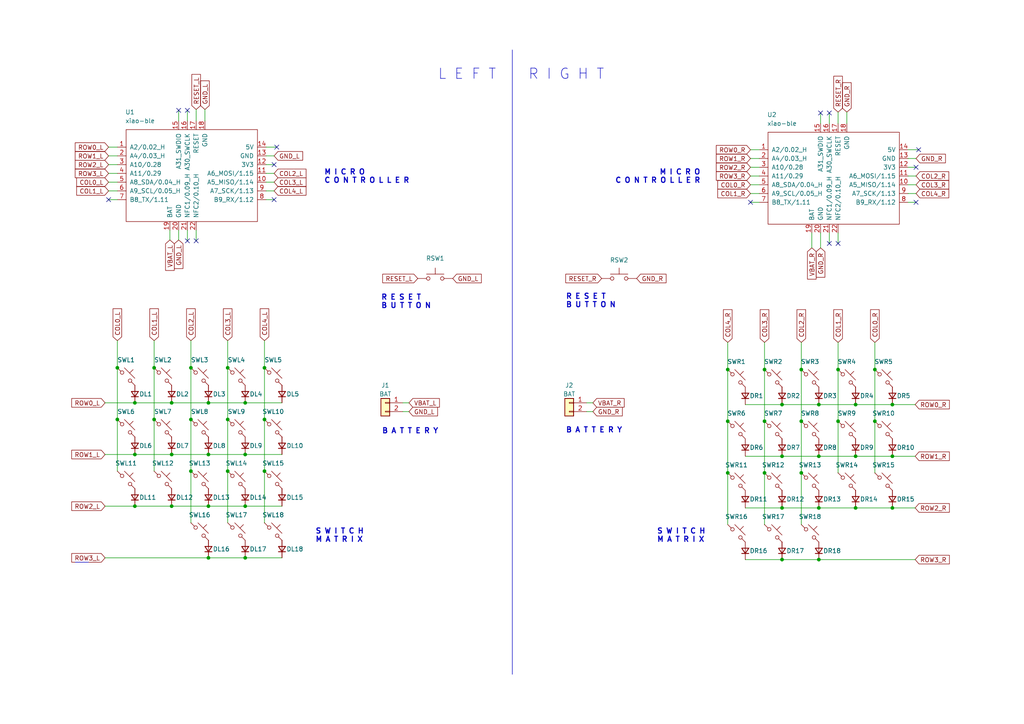
<source format=kicad_sch>
(kicad_sch (version 20230121) (generator eeschema)
  (paper "A4")
  (title_block (title "Karma Wireless Split Ergonomic Keyboard") (date "2023-04-04") (rev "0.1"))
  (lib_symbols
    (symbol "Connector_Generic:Conn_01x02" (pin_names (offset 1.016) hide)
      (property "Reference" "J" (at 0 2.54 0))
      (property "Value" "Conn_01x02" (at 0 -5.08 0))
      (symbol "Conn_01x02_1_1"
        (rectangle (start -1.27 -2.413) (end 0 -2.667) (stroke (width 0.1524)))
        (rectangle (start -1.27 0.127) (end 0 -0.127) (stroke (width 0.1524)))
        (rectangle (start -1.27 1.27) (end 1.27 -3.81) (stroke (width 0.254)) (fill (type background)))
        (pin passive line (at -5.08 0 0) (length 3.81) (name "Pin_1") (number "1"))
        (pin passive line (at -5.08 -2.54 0) (length 3.81) (name "Pin_2") (number "2"))
      )
    )
    (symbol "Device:D_Small" (pin_numbers hide) (pin_names (offset 0.254) hide)
      (property "Reference" "D" (at -1.27 2.032 0))
      (property "Value" "D_Small" (at -3.81 -2.032 0))
      (symbol "D_Small_0_1"
        (polyline (pts (xy -0.762 -1.016) (xy -0.762 1.016)) (stroke (width 0.254)))
        (polyline (pts (xy -0.762 0) (xy 0.762 0)))
        (polyline (pts (xy 0.762 -1.016) (xy -0.762 0) (xy 0.762 1.016) (xy 0.762 -1.016)) (stroke (width 0.254)))
      )
      (symbol "D_Small_1_1"
        (pin passive line (at -2.54 0 0) (length 1.778) (name "K") (number "1"))
        (pin passive line (at 2.54 0 180) (length 1.778) (name "A") (number "2"))
      )
    )
    (symbol "Switch:SW_Push" (pin_numbers hide) (pin_names (offset 1.016) hide)
      (property "Reference" "SW" (at 1.27 2.54 0))
      (property "Value" "SW_Push" (at 0 -1.524 0))
      (symbol "SW_Push_0_1"
        (circle (center -2.032 0) (radius 0.508))
        (polyline (pts (xy 0 1.27) (xy 0 3.048)))
        (polyline (pts (xy 2.54 1.27) (xy -2.54 1.27)))
        (circle (center 2.032 0) (radius 0.508))
        (pin passive line (at -5.08 0 0) (length 2.54) (name "1") (number "1"))
        (pin passive line (at 5.08 0 180) (length 2.54) (name "2") (number "2"))
      )
    )
    (symbol "Switch:SW_Push_45deg" (pin_numbers hide) (pin_names (offset 1.016) hide)
      (property "Reference" "SW" (at 3.048 1.016 0))
      (property "Value" "SW_Push_45deg" (at 0 -3.81 0))
      (symbol "SW_Push_45deg_0_1"
        (circle (center -1.1684 1.1684) (radius 0.508))
        (polyline (pts (xy -0.508 2.54) (xy 2.54 -0.508)))
        (polyline (pts (xy 1.016 1.016) (xy 2.032 2.032)))
        (polyline (pts (xy -2.54 2.54) (xy -1.524 1.524) (xy -1.524 1.524)))
        (polyline (pts (xy 1.524 -1.524) (xy 2.54 -2.54) (xy 2.54 -2.54) (xy 2.54 -2.54)))
        (circle (center 1.143 -1.1938) (radius 0.508))
        (pin passive line (at -2.54 2.54 0) (length 0) (name "1") (number "1"))
        (pin passive line (at 2.54 -2.54 180) (length 0) (name "2") (number "2"))
      )
    )
    (symbol "mcu:xiao-ble" (pin_names (offset 1.016))
      (property "Reference" "U" (at -17.78 16.51 0))
      (property "Value" "xiao-ble" (at -15.24 13.97 0))
      (symbol "xiao-ble_0_1"
        (rectangle (start -19.05 12.7) (end 19.05 -13.97))
      )
      (symbol "xiao-ble_1_1"
        (pin bidirectional line (at -21.59 7.62 0) (length 2.54) (name "A2/0.02_H") (number "1"))
        (pin bidirectional line (at 21.59 -2.54 180) (length 2.54) (name "A5_MISO/1.14") (number "10"))
        (pin bidirectional line (at 21.59 0 180) (length 2.54) (name "A6_MOSI/1.15") (number "11"))
        (pin power_out line (at 21.59 2.54 180) (length 2.54) (name "3V3") (number "12"))
        (pin power_out line (at 21.59 5.08 180) (length 2.54) (name "GND") (number "13"))
        (pin power_out line (at 21.59 7.62 180) (length 2.54) (name "5V") (number "14"))
        (pin input line (at -3.81 15.24 270) (length 2.54) (name "A31_SWDIO") (number "15"))
        (pin input line (at -1.27 15.24 270) (length 2.54) (name "A30_SWCLK") (number "16"))
        (pin input line (at 1.27 15.24 270) (length 2.54) (name "RESET") (number "17"))
        (pin power_out line (at 3.81 15.24 270) (length 2.54) (name "GND") (number "18"))
        (pin bidirectional line (at -6.35 -16.51 90) (length 2.54) (name "BAT") (number "19"))
        (pin bidirectional line (at -21.59 5.08 0) (length 2.54) (name "A4/0.03_H") (number "2"))
        (pin power_out line (at -3.81 -16.51 90) (length 2.54) (name "GND") (number "20"))
        (pin bidirectional line (at -1.27 -16.51 90) (length 2.54) (name "NFC1/0.09_H") (number "21"))
        (pin bidirectional line (at 1.27 -16.51 90) (length 2.54) (name "NFC2/0.10_H") (number "22"))
        (pin bidirectional line (at -21.59 2.54 0) (length 2.54) (name "A10/0.28") (number "3"))
        (pin bidirectional line (at -21.59 0 0) (length 2.54) (name "A11/0.29") (number "4"))
        (pin bidirectional line (at -21.59 -2.54 0) (length 2.54) (name "A8_SDA/0.04_H") (number "5"))
        (pin bidirectional line (at -21.59 -5.08 0) (length 2.54) (name "A9_SCL/0.05_H") (number "6"))
        (pin bidirectional line (at -21.59 -7.62 0) (length 2.54) (name "B8_TX/1.11") (number "7"))
        (pin bidirectional line (at 21.59 -7.62 180) (length 2.54) (name "B9_RX/1.12") (number "8"))
        (pin bidirectional line (at 21.59 -5.08 180) (length 2.54) (name "A7_SCK/1.13") (number "9"))
      )
    )
  )
  (junction (at 66.04 106.68))
  (junction (at 49.784 131.826))
  (junction (at 34.036 121.666))
  (junction (at 39.116 131.826))
  (junction (at 248.158 132.334))
  (junction (at 237.49 117.348))
  (junction (at 232.41 107.188))
  (junction (at 226.822 117.348))
  (junction (at 226.822 147.32))
  (junction (at 237.49 132.334))
  (junction (at 39.116 116.84))
  (junction (at 237.49 147.32))
  (junction (at 237.49 162.306))
  (junction (at 55.372 121.666))
  (junction (at 71.12 146.812))
  (junction (at 44.704 106.68))
  (junction (at 44.704 121.666))
  (junction (at 253.746 107.188))
  (junction (at 60.452 146.812))
  (junction (at 258.826 117.348))
  (junction (at 66.04 136.652))
  (junction (at 243.078 122.174))
  (junction (at 258.826 147.32))
  (junction (at 76.708 106.68))
  (junction (at 49.784 146.812))
  (junction (at 39.116 146.812))
  (junction (at 71.12 161.798))
  (junction (at 76.708 136.652))
  (junction (at 71.12 131.826))
  (junction (at 49.784 116.84))
  (junction (at 243.078 107.188))
  (junction (at 232.41 137.16))
  (junction (at 34.036 106.68))
  (junction (at 226.822 132.334))
  (junction (at 221.742 107.188))
  (junction (at 221.742 137.16))
  (junction (at 60.452 161.798))
  (junction (at 76.708 121.666))
  (junction (at 60.452 131.826))
  (junction (at 211.074 122.174))
  (junction (at 55.372 106.68))
  (junction (at 226.822 162.306))
  (junction (at 248.158 117.348))
  (junction (at 55.372 136.652))
  (junction (at 253.746 122.174))
  (junction (at 211.074 107.188))
  (junction (at 66.04 121.666))
  (junction (at 248.158 147.32))
  (junction (at 232.41 122.174))
  (junction (at 258.826 132.334))
  (junction (at 221.742 122.174))
  (junction (at 71.12 116.84))
  (junction (at 60.452 116.84))
  (junction (at 211.074 137.16))
  (no_connect (at 31.496 57.912))
  (no_connect (at 265.684 58.674))
  (no_connect (at 54.356 69.85))
  (no_connect (at 266.446 43.434))
  (no_connect (at 217.678 58.674))
  (no_connect (at 80.264 42.672))
  (no_connect (at 265.684 48.514))
  (no_connect (at 240.538 70.612))
  (no_connect (at 79.502 57.912))
  (no_connect (at 240.538 32.766))
  (no_connect (at 51.816 32.004))
  (no_connect (at 243.078 70.612))
  (no_connect (at 237.998 32.766))
  (no_connect (at 79.502 47.752))
  (no_connect (at 54.356 32.004))
  (no_connect (at 56.896 69.85))
  (wire (pts (xy 258.826 117.348) (xy 265.43 117.348)))
  (wire (pts (xy 118.618 116.84) (xy 116.84 116.84)))
  (wire (pts (xy 258.826 132.334) (xy 265.43 132.334)))
  (wire (pts (xy 51.816 32.004) (xy 51.816 35.052)))
  (wire (pts (xy 245.618 32.512) (xy 245.618 35.814)))
  (wire (pts (xy 77.216 47.752) (xy 79.502 47.752)))
  (wire (pts (xy 226.822 117.348) (xy 237.49 117.348)))
  (wire (pts (xy 66.04 136.652) (xy 66.04 151.638)))
  (wire (pts (xy 211.074 99.314) (xy 211.074 107.188)))
  (wire (pts (xy 39.116 116.84) (xy 49.784 116.84)))
  (wire (pts (xy 55.372 106.68) (xy 55.372 121.666)))
  (wire (pts (xy 60.452 116.84) (xy 71.12 116.84)))
  (wire (pts (xy 49.784 131.826) (xy 60.452 131.826)))
  (wire (pts (xy 71.12 116.84) (xy 81.788 116.84)))
  (wire (pts (xy 77.216 55.372) (xy 79.502 55.372)))
  (wire (pts (xy 216.154 162.306) (xy 226.822 162.306)))
  (wire (pts (xy 253.746 99.314) (xy 253.746 107.188)))
  (wire (pts (xy 171.958 116.84) (xy 170.18 116.84)))
  (wire (pts (xy 31.496 50.292) (xy 34.036 50.292)))
  (wire (pts (xy 243.078 99.314) (xy 243.078 107.188)))
  (wire (pts (xy 253.746 122.174) (xy 253.746 137.16)))
  (wire (pts (xy 51.816 66.802) (xy 51.816 69.596)))
  (wire (pts (xy 34.036 98.806) (xy 34.036 106.68)))
  (wire (pts (xy 71.12 146.812) (xy 81.788 146.812)))
  (wire (pts (xy 232.41 122.174) (xy 232.41 137.16)))
  (wire (pts (xy 31.496 45.212) (xy 34.036 45.212)))
  (wire (pts (xy 76.708 121.666) (xy 76.708 136.652)))
  (wire (pts (xy 60.452 131.826) (xy 71.12 131.826)))
  (wire (pts (xy 243.078 67.564) (xy 243.078 70.612)))
  (wire (pts (xy 31.496 55.372) (xy 34.036 55.372)))
  (wire (pts (xy 237.49 147.32) (xy 248.158 147.32)))
  (wire (pts (xy 31.496 47.752) (xy 34.036 47.752)))
  (wire (pts (xy 221.742 122.174) (xy 221.742 137.16)))
  (wire (pts (xy 71.12 161.798) (xy 81.788 161.798)))
  (wire (pts (xy 226.822 132.334) (xy 237.49 132.334)))
  (wire (pts (xy 55.372 121.666) (xy 55.372 136.652)))
  (wire (pts (xy 221.742 107.188) (xy 221.742 122.174)))
  (wire (pts (xy 216.154 117.348) (xy 226.822 117.348)))
  (wire (pts (xy 237.49 162.306) (xy 265.43 162.306)))
  (wire (pts (xy 211.074 107.188) (xy 211.074 122.174)))
  (polyline (pts (xy 21.844 163.068) (xy 25.654 163.068)))
  (wire (pts (xy 226.822 147.32) (xy 237.49 147.32)))
  (wire (pts (xy 237.998 67.564) (xy 237.998 71.882)))
  (wire (pts (xy 44.704 98.806) (xy 44.704 106.68)))
  (wire (pts (xy 116.84 119.38) (xy 118.618 119.38)))
  (wire (pts (xy 34.036 106.68) (xy 34.036 121.666)))
  (wire (pts (xy 258.826 147.32) (xy 265.43 147.32)))
  (wire (pts (xy 77.216 52.832) (xy 79.502 52.832)))
  (wire (pts (xy 56.896 66.802) (xy 56.896 69.85)))
  (wire (pts (xy 170.18 119.38) (xy 171.958 119.38)))
  (wire (pts (xy 216.154 132.334) (xy 226.822 132.334)))
  (wire (pts (xy 66.04 106.68) (xy 66.04 121.666)))
  (wire (pts (xy 221.742 137.16) (xy 221.742 152.146)))
  (wire (pts (xy 49.784 116.84) (xy 60.452 116.84)))
  (wire (pts (xy 253.746 107.188) (xy 253.746 122.174)))
  (wire (pts (xy 237.998 32.766) (xy 237.998 35.814)))
  (wire (pts (xy 49.784 146.812) (xy 60.452 146.812)))
  (wire (pts (xy 263.398 45.974) (xy 265.684 45.974)))
  (wire (pts (xy 243.078 32.512) (xy 243.078 35.814)))
  (wire (pts (xy 56.896 31.75) (xy 56.896 35.052)))
  (wire (pts (xy 54.356 66.802) (xy 54.356 69.85)))
  (wire (pts (xy 66.04 98.806) (xy 66.04 106.68)))
  (wire (pts (xy 30.48 116.84) (xy 39.116 116.84)))
  (polyline (pts (xy 148.59 14.478) (xy 148.59 195.58)) (stroke (width 0) (type solid)))
  (wire (pts (xy 248.158 117.348) (xy 258.826 117.348)))
  (wire (pts (xy 232.41 107.188) (xy 232.41 122.174)))
  (wire (pts (xy 226.822 162.306) (xy 237.49 162.306)))
  (wire (pts (xy 39.116 131.826) (xy 49.784 131.826)))
  (wire (pts (xy 232.41 137.16) (xy 232.41 152.146)))
  (wire (pts (xy 237.49 117.348) (xy 248.158 117.348)))
  (wire (pts (xy 211.074 122.174) (xy 211.074 137.16)))
  (wire (pts (xy 248.158 132.334) (xy 258.826 132.334)))
  (wire (pts (xy 54.356 32.004) (xy 54.356 35.052)))
  (wire (pts (xy 243.078 107.188) (xy 243.078 122.174)))
  (wire (pts (xy 263.398 56.134) (xy 265.684 56.134)))
  (wire (pts (xy 237.49 132.334) (xy 248.158 132.334)))
  (wire (pts (xy 217.678 53.594) (xy 220.218 53.594)))
  (wire (pts (xy 59.436 31.75) (xy 59.436 35.052)))
  (wire (pts (xy 30.48 131.826) (xy 39.116 131.826)))
  (wire (pts (xy 217.678 58.674) (xy 220.218 58.674)))
  (wire (pts (xy 263.398 53.594) (xy 265.684 53.594)))
  (wire (pts (xy 217.678 45.974) (xy 220.218 45.974)))
  (wire (pts (xy 76.708 136.652) (xy 76.708 151.638)))
  (wire (pts (xy 60.452 161.798) (xy 71.12 161.798)))
  (wire (pts (xy 263.398 58.674) (xy 265.684 58.674)))
  (wire (pts (xy 217.678 43.434) (xy 220.218 43.434)))
  (wire (pts (xy 77.216 45.212) (xy 79.502 45.212)))
  (wire (pts (xy 30.48 161.798) (xy 60.452 161.798)))
  (wire (pts (xy 217.678 56.134) (xy 220.218 56.134)))
  (wire (pts (xy 30.48 146.812) (xy 39.116 146.812)))
  (wire (pts (xy 211.074 137.16) (xy 211.074 152.146)))
  (wire (pts (xy 235.458 67.564) (xy 235.458 71.882)))
  (wire (pts (xy 39.116 146.812) (xy 49.784 146.812)))
  (wire (pts (xy 77.216 42.672) (xy 80.264 42.672)))
  (wire (pts (xy 243.078 122.174) (xy 243.078 137.16)))
  (wire (pts (xy 31.496 57.912) (xy 34.036 57.912)))
  (wire (pts (xy 34.036 121.666) (xy 34.036 136.652)))
  (wire (pts (xy 71.12 131.826) (xy 81.788 131.826)))
  (wire (pts (xy 66.04 121.666) (xy 66.04 136.652)))
  (wire (pts (xy 55.372 136.652) (xy 55.372 151.638)))
  (wire (pts (xy 49.276 66.802) (xy 49.276 69.596)))
  (wire (pts (xy 44.704 106.68) (xy 44.704 121.666)))
  (wire (pts (xy 216.154 147.32) (xy 226.822 147.32)))
  (wire (pts (xy 76.708 106.68) (xy 76.708 121.666)))
  (wire (pts (xy 221.742 99.314) (xy 221.742 107.188)))
  (wire (pts (xy 77.216 50.292) (xy 79.502 50.292)))
  (wire (pts (xy 248.158 147.32) (xy 258.826 147.32)))
  (wire (pts (xy 55.372 98.806) (xy 55.372 106.68)))
  (wire (pts (xy 232.41 99.314) (xy 232.41 107.188)))
  (wire (pts (xy 263.398 43.434) (xy 266.446 43.434)))
  (wire (pts (xy 217.678 51.054) (xy 220.218 51.054)))
  (wire (pts (xy 31.496 52.832) (xy 34.036 52.832)))
  (wire (pts (xy 76.708 98.806) (xy 76.708 106.68)))
  (wire (pts (xy 31.496 42.672) (xy 34.036 42.672)))
  (wire (pts (xy 240.538 32.766) (xy 240.538 35.814)))
  (wire (pts (xy 77.216 57.912) (xy 79.502 57.912)))
  (wire (pts (xy 240.538 67.564) (xy 240.538 70.612)))
  (wire (pts (xy 217.678 48.514) (xy 220.218 48.514)))
  (wire (pts (xy 263.398 48.514) (xy 265.684 48.514)))
  (wire (pts (xy 60.452 146.812) (xy 71.12 146.812)))
  (wire (pts (xy 44.704 121.666) (xy 44.704 136.652)))
  (wire (pts (xy 263.398 51.054) (xy 265.684 51.054)))
  (text "S W I T C H\nM A T R I X" (at 91.44 157.48 0) (effects (font (size 1.5 1.5) (thickness 0.3) bold) (justify left bottom)))
  (text "L E F T" (at 144.018 23.368 0) (effects (font (size 3 3)) (justify right bottom)))
  (text "S W I T C H\nM A T R I X" (at 190.5 157.48 0) (effects (font (size 1.5 1.5) (thickness 0.3) bold) (justify left bottom)))
  (text "R I G H T" (at 153.162 23.368 0) (effects (font (size 3 3)) (justify left bottom)))
  (text "B A T T E R Y" (at 110.744 125.984 0) (effects (font (size 1.5 1.5) (thickness 0.3) bold) (justify left bottom)))
  (text "M I C R O \nC O N T R O L L E R" (at 93.98 53.34 0) (effects (font (size 1.5 1.5) (thickness 0.3) bold) (justify left bottom)))
  (text "R E S E T \nB U T T O N" (at 110.49 89.662 0) (effects (font (size 1.5 1.5) (thickness 0.3) bold) (justify left bottom)))
  (text "B A T T E R Y" (at 164.084 125.73 0) (effects (font (size 1.5 1.5) (thickness 0.3) bold) (justify left bottom)))
  (text "R E S E T \nB U T T O N" (at 164.084 89.408 0) (effects (font (size 1.5 1.5) (thickness 0.3) bold) (justify left bottom)))
  (text "M I C R O\nC O N T R O L L E R" (at 203.2 53.34 0) (effects (font (size 1.5 1.5) (thickness 0.3) bold) (justify right bottom)))
  (global_label "GND_L" (shape input) (at 59.436 31.75 90) (property "Intersheetrefs" "${INTERSHEET_REFS}" (effects hide)))
  (global_label "COL2_R" (shape input) (at 265.684 51.054 0) (property "Intersheetrefs" "${INTERSHEET_REFS}" (effects hide)))
  (global_label "GND_R" (shape input) (at 245.618 32.512 90) (property "Intersheetrefs" "${INTERSHEET_REFS}" (effects hide)))
  (global_label "ROW1_R" (shape input) (at 265.43 132.334 0) (property "Intersheetrefs" "${INTERSHEET_REFS}" (effects hide)))
  (global_label "VBAT_L" (shape input) (at 118.618 116.84 0) (property "Intersheetrefs" "${INTERSHEET_REFS}" (effects hide)))
  (global_label "GND_R" (shape input) (at 171.958 119.38 0) (property "Intersheetrefs" "${INTERSHEET_REFS}" (effects hide)))
  (global_label "COL1_R" (shape input) (at 243.078 99.314 90) (property "Intersheetrefs" "${INTERSHEET_REFS}" (effects hide)))
  (global_label "COL0_R" (shape input) (at 217.678 53.594 180) (property "Intersheetrefs" "${INTERSHEET_REFS}" (effects hide)))
  (global_label "GND_R" (shape input) (at 237.998 71.882 270) (property "Intersheetrefs" "${INTERSHEET_REFS}" (effects hide)))
  (global_label "COL0_R" (shape input) (at 253.746 99.314 90) (property "Intersheetrefs" "${INTERSHEET_REFS}" (effects hide)))
  (global_label "COL4_L" (shape input) (at 79.502 55.372 0) (property "Intersheetrefs" "${INTERSHEET_REFS}" (effects hide)))
  (global_label "ROW2_R" (shape input) (at 217.678 48.514 180) (property "Intersheetrefs" "${INTERSHEET_REFS}" (effects hide)))
  (global_label "ROW0_R" (shape input) (at 265.43 117.348 0) (property "Intersheetrefs" "${INTERSHEET_REFS}" (effects hide)))
  (global_label "COL0_L" (shape input) (at 34.036 98.806 90) (property "Intersheetrefs" "${INTERSHEET_REFS}" (effects hide)))
  (global_label "VBAT_R" (shape input) (at 235.458 71.882 270) (property "Intersheetrefs" "${INTERSHEET_REFS}" (effects hide)))
  (global_label "COL0_L" (shape input) (at 31.496 52.832 180) (property "Intersheetrefs" "${INTERSHEET_REFS}" (effects hide)))
  (global_label "GND_L" (shape input) (at 79.502 45.212 0) (property "Intersheetrefs" "${INTERSHEET_REFS}" (effects hide)))
  (global_label "ROW2_L" (shape input) (at 31.496 47.752 180) (property "Intersheetrefs" "${INTERSHEET_REFS}" (effects hide)))
  (global_label "ROW2_R" (shape input) (at 265.43 147.32 0) (property "Intersheetrefs" "${INTERSHEET_REFS}" (effects hide)))
  (global_label "GND_R" (shape input) (at 184.658 80.772 0) (property "Intersheetrefs" "${INTERSHEET_REFS}" (effects hide)))
  (global_label "ROW1_L" (shape input) (at 31.496 45.212 180) (property "Intersheetrefs" "${INTERSHEET_REFS}" (effects hide)))
  (global_label "ROW0_R" (shape input) (at 217.678 43.434 180) (property "Intersheetrefs" "${INTERSHEET_REFS}" (effects hide)))
  (global_label "ROW3_L" (shape input) (at 31.496 50.292 180) (property "Intersheetrefs" "${INTERSHEET_REFS}" (effects hide)))
  (global_label "GND_L" (shape input) (at 131.318 80.772 0) (property "Intersheetrefs" "${INTERSHEET_REFS}" (effects hide)))
  (global_label "VBAT_L" (shape input) (at 49.276 69.596 270) (property "Intersheetrefs" "${INTERSHEET_REFS}" (effects hide)))
  (global_label "ROW3_R" (shape input) (at 217.678 51.054 180) (property "Intersheetrefs" "${INTERSHEET_REFS}" (effects hide)))
  (global_label "COL3_L" (shape input) (at 66.04 98.806 90) (property "Intersheetrefs" "${INTERSHEET_REFS}" (effects hide)))
  (global_label "RESET_R" (shape input) (at 243.078 32.512 90) (property "Intersheetrefs" "${INTERSHEET_REFS}" (effects hide)))
  (global_label "ROW1_R" (shape input) (at 217.678 45.974 180) (property "Intersheetrefs" "${INTERSHEET_REFS}" (effects hide)))
  (global_label "COL3_L" (shape input) (at 79.502 52.832 0) (property "Intersheetrefs" "${INTERSHEET_REFS}" (effects hide)))
  (global_label "COL3_R" (shape input) (at 265.684 53.594 0) (property "Intersheetrefs" "${INTERSHEET_REFS}" (effects hide)))
  (global_label "ROW0_L" (shape input) (at 30.48 116.84 180) (property "Intersheetrefs" "${INTERSHEET_REFS}" (effects hide)))
  (global_label "VBAT_R" (shape input) (at 171.958 116.84 0) (property "Intersheetrefs" "${INTERSHEET_REFS}" (effects hide)))
  (global_label "COL1_L" (shape input) (at 31.496 55.372 180) (property "Intersheetrefs" "${INTERSHEET_REFS}" (effects hide)))
  (global_label "ROW3_L" (shape input) (at 30.48 161.798 180) (property "Intersheetrefs" "${INTERSHEET_REFS}" (effects hide)))
  (global_label "GND_L" (shape input) (at 51.816 69.596 270) (property "Intersheetrefs" "${INTERSHEET_REFS}" (effects hide)))
  (global_label "GND_L" (shape input) (at 118.618 119.38 0) (property "Intersheetrefs" "${INTERSHEET_REFS}" (effects hide)))
  (global_label "ROW1_L" (shape input) (at 30.48 131.826 180) (property "Intersheetrefs" "${INTERSHEET_REFS}" (effects hide)))
  (global_label "GND_R" (shape input) (at 265.684 45.974 0) (property "Intersheetrefs" "${INTERSHEET_REFS}" (effects hide)))
  (global_label "COL1_R" (shape input) (at 217.678 56.134 180) (property "Intersheetrefs" "${INTERSHEET_REFS}" (effects hide)))
  (global_label "ROW0_L" (shape input) (at 31.496 42.672 180) (property "Intersheetrefs" "${INTERSHEET_REFS}" (effects hide)))
  (global_label "COL4_R" (shape input) (at 265.684 56.134 0) (property "Intersheetrefs" "${INTERSHEET_REFS}" (effects hide)))
  (global_label "COL3_R" (shape input) (at 221.742 99.314 90) (property "Intersheetrefs" "${INTERSHEET_REFS}" (effects hide)))
  (global_label "RESET_L" (shape input) (at 121.158 80.772 180) (property "Intersheetrefs" "${INTERSHEET_REFS}" (effects hide)))
  (global_label "COL2_R" (shape input) (at 232.41 99.314 90) (property "Intersheetrefs" "${INTERSHEET_REFS}" (effects hide)))
  (global_label "COL2_L" (shape input) (at 55.372 98.806 90) (property "Intersheetrefs" "${INTERSHEET_REFS}" (effects hide)))
  (global_label "RESET_L" (shape input) (at 56.896 31.75 90) (property "Intersheetrefs" "${INTERSHEET_REFS}" (effects hide)))
  (global_label "COL4_R" (shape input) (at 211.074 99.314 90) (property "Intersheetrefs" "${INTERSHEET_REFS}" (effects hide)))
  (global_label "COL2_L" (shape input) (at 79.502 50.292 0) (property "Intersheetrefs" "${INTERSHEET_REFS}" (effects hide)))
  (global_label "ROW2_L" (shape input) (at 30.48 146.812 180) (property "Intersheetrefs" "${INTERSHEET_REFS}" (effects hide)))
  (global_label "COL1_L" (shape input) (at 44.704 98.806 90) (property "Intersheetrefs" "${INTERSHEET_REFS}" (effects hide)))
  (global_label "RESET_R" (shape input) (at 174.498 80.772 180) (property "Intersheetrefs" "${INTERSHEET_REFS}" (effects hide)))
  (global_label "COL4_L" (shape input) (at 76.708 98.806 90) (property "Intersheetrefs" "${INTERSHEET_REFS}" (effects hide)))
  (global_label "ROW3_R" (shape input) (at 265.43 162.306 0) (property "Intersheetrefs" "${INTERSHEET_REFS}" (effects hide)))
  (symbol (lib_id "Device:D_Small") (at 237.49 129.794 90) (unit 1)
    (property "Reference" "DR8" (at 238.76 129.794 90) (effects (justify right)))
    (property "Value" "D_Small" (effects hide))
    (property "Footprint" "karmalib:Diode_SOD123" (effects hide))
  )
  (symbol (lib_id "Switch:SW_Push_45deg") (at 57.912 154.178 0) (unit 1)
    (property "Reference" "SWL16" (at 57.912 149.352 0))
    (property "Value" "SW_Push_45deg" (effects hide))
    (property "Footprint" "karmalib:Kailh_Socket_PG1350_Optional" (effects hide))
  )
  (symbol (lib_id "Device:D_Small") (at 226.822 114.808 90) (unit 1)
    (property "Reference" "DR2" (at 228.092 114.808 90) (effects (justify right)))
    (property "Value" "D_Small" (effects hide))
    (property "Footprint" "karmalib:Diode_SOD123" (effects hide))
  )
  (symbol (lib_id "Connector_Generic:Conn_01x02") (at 111.76 116.84 0) (mirror y) (unit 1)
    (property "Reference" "J1" (at 111.76 111.76 0))
    (property "Value" "BAT" (at 111.76 114.3 0))
    (property "Footprint" "Connector_JST:JST_PH_S2B-PH-SM4-TB_1x02-1MP_P2.00mm_Horizontal" (effects hide))
  )
  (symbol (lib_id "Switch:SW_Push_45deg") (at 68.58 124.206 0) (unit 1)
    (property "Reference" "SWL9" (at 68.58 119.38 0))
    (property "Value" "SW_Push_45deg" (effects hide))
    (property "Footprint" "karmalib:Kailh_Socket_PG1350_Optional" (effects hide))
  )
  (symbol (lib_id "Device:D_Small") (at 81.788 159.258 90) (unit 1)
    (property "Reference" "DL18" (at 83.058 159.258 90) (effects (justify right)))
    (property "Value" "D_Small" (effects hide))
    (property "Footprint" "karmalib:Diode_SOD123" (effects hide))
  )
  (symbol (lib_id "Device:D_Small") (at 39.116 129.286 90) (unit 1)
    (property "Reference" "DL6" (at 40.386 129.286 90) (effects (justify right)))
    (property "Value" "D_Small" (effects hide))
    (property "Footprint" "karmalib:Diode_SOD123" (effects hide))
  )
  (symbol (lib_id "Device:D_Small") (at 71.12 129.286 90) (unit 1)
    (property "Reference" "DL9" (at 72.39 129.286 90) (effects (justify right)))
    (property "Value" "D_Small" (effects hide))
    (property "Footprint" "karmalib:Diode_SOD123" (effects hide))
  )
  (symbol (lib_id "Device:D_Small") (at 216.154 129.794 90) (unit 1)
    (property "Reference" "DR6" (at 217.424 129.794 90) (effects (justify right)))
    (property "Value" "D_Small" (effects hide))
    (property "Footprint" "karmalib:Diode_SOD123" (effects hide))
  )
  (symbol (lib_id "Switch:SW_Push_45deg") (at 245.618 139.7 0) (unit 1)
    (property "Reference" "SWR14" (at 245.618 134.874 0))
    (property "Value" "SW_Push_45deg" (effects hide))
    (property "Footprint" "karmalib:Kailh_Socket_PG1350_Optional" (effects hide))
  )
  (symbol (lib_id "Switch:SW_Push") (at 126.238 80.772 0) (unit 1)
    (property "Reference" "RSW1" (at 126.238 74.93 0))
    (property "Value" "SW_Push" (effects hide))
    (property "Footprint" "karmalib:SKHLLCA010" (effects hide))
  )
  (symbol (lib_id "Switch:SW_Push_45deg") (at 234.95 124.714 0) (unit 1)
    (property "Reference" "SWR8" (at 234.95 119.888 0))
    (property "Value" "SW_Push_45deg" (effects hide))
    (property "Footprint" "karmalib:Kailh_Socket_PG1350_Optional" (effects hide))
  )
  (symbol (lib_id "Switch:SW_Push_45deg") (at 234.95 109.728 0) (unit 1)
    (property "Reference" "SWR3" (at 234.95 104.902 0))
    (property "Value" "SW_Push_45deg" (effects hide))
    (property "Footprint" "karmalib:Kailh_Socket_PG1350_Optional" (effects hide))
  )
  (symbol (lib_id "Switch:SW_Push_45deg") (at 79.248 109.22 0) (unit 1)
    (property "Reference" "SWL5" (at 79.248 104.394 0))
    (property "Value" "SW_Push_45deg" (effects hide))
    (property "Footprint" "karmalib:Kailh_Socket_PG1350_Optional" (effects hide))
  )
  (symbol (lib_id "Switch:SW_Push_45deg") (at 224.282 139.7 0) (unit 1)
    (property "Reference" "SWR12" (at 224.282 134.874 0))
    (property "Value" "SW_Push_45deg" (effects hide))
    (property "Footprint" "karmalib:Kailh_Socket_PG1350_Optional" (effects hide))
  )
  (symbol (lib_id "Device:D_Small") (at 226.822 144.78 90) (unit 1)
    (property "Reference" "DR12" (at 228.092 144.78 90) (effects (justify right)))
    (property "Value" "D_Small" (effects hide))
    (property "Footprint" "karmalib:Diode_SOD123" (effects hide))
  )
  (symbol (lib_id "Switch:SW_Push_45deg") (at 47.244 124.206 0) (unit 1)
    (property "Reference" "SWL7" (at 47.244 119.38 0))
    (property "Value" "SW_Push_45deg" (effects hide))
    (property "Footprint" "karmalib:Kailh_Socket_PG1350_Optional" (effects hide))
  )
  (symbol (lib_id "Device:D_Small") (at 237.49 144.78 90) (unit 1)
    (property "Reference" "DR13" (at 238.76 144.78 90) (effects (justify right)))
    (property "Value" "D_Small" (effects hide))
    (property "Footprint" "karmalib:Diode_SOD123" (effects hide))
  )
  (symbol (lib_id "Switch:SW_Push_45deg") (at 36.576 139.192 0) (unit 1)
    (property "Reference" "SWL11" (at 36.576 134.366 0))
    (property "Value" "SW_Push_45deg" (effects hide))
    (property "Footprint" "karmalib:Kailh_Socket_PG1350_Optional" (effects hide))
  )
  (symbol (lib_id "Device:D_Small") (at 81.788 144.272 90) (unit 1)
    (property "Reference" "DL15" (at 83.058 144.272 90) (effects (justify right)))
    (property "Value" "D_Small" (effects hide))
    (property "Footprint" "karmalib:Diode_SOD123" (effects hide))
  )
  (symbol (lib_id "Switch:SW_Push_45deg") (at 79.248 124.206 0) (unit 1)
    (property "Reference" "SWL10" (at 79.248 119.38 0))
    (property "Value" "SW_Push_45deg" (effects hide))
    (property "Footprint" "karmalib:Kailh_Socket_PG1350_Optional" (effects hide))
  )
  (symbol (lib_id "Switch:SW_Push_45deg") (at 213.614 139.7 0) (unit 1)
    (property "Reference" "SWR11" (at 213.614 134.874 0))
    (property "Value" "SW_Push_45deg" (effects hide))
    (property "Footprint" "karmalib:Kailh_Socket_PG1350_Optional" (effects hide))
  )
  (symbol (lib_id "Switch:SW_Push_45deg") (at 57.912 109.22 0) (unit 1)
    (property "Reference" "SWL3" (at 57.912 104.394 0))
    (property "Value" "SW_Push_45deg" (effects hide))
    (property "Footprint" "karmalib:Kailh_Socket_PG1350_Optional" (effects hide))
  )
  (symbol (lib_id "Device:D_Small") (at 237.49 159.766 90) (unit 1)
    (property "Reference" "DR18" (at 238.76 159.766 90) (effects (justify right)))
    (property "Value" "D_Small" (effects hide))
    (property "Footprint" "karmalib:Diode_SOD123" (effects hide))
  )
  (symbol (lib_id "Switch:SW_Push_45deg") (at 213.614 154.686 0) (unit 1)
    (property "Reference" "SWR16" (at 213.614 149.86 0))
    (property "Value" "SW_Push_45deg" (effects hide))
    (property "Footprint" "karmalib:Kailh_Socket_PG1350_Optional" (effects hide))
  )
  (symbol (lib_id "Switch:SW_Push_45deg") (at 68.58 139.192 0) (unit 1)
    (property "Reference" "SWL14" (at 68.58 134.366 0))
    (property "Value" "SW_Push_45deg" (effects hide))
    (property "Footprint" "karmalib:Kailh_Socket_PG1350_Optional" (effects hide))
  )
  (symbol (lib_id "Device:D_Small") (at 216.154 144.78 90) (unit 1)
    (property "Reference" "DR11" (at 217.424 144.78 90) (effects (justify right)))
    (property "Value" "D_Small" (effects hide))
    (property "Footprint" "karmalib:Diode_SOD123" (effects hide))
  )
  (symbol (lib_id "Device:D_Small") (at 39.116 144.272 90) (unit 1)
    (property "Reference" "DL11" (at 40.386 144.272 90) (effects (justify right)))
    (property "Value" "D_Small" (effects hide))
    (property "Footprint" "karmalib:Diode_SOD123" (effects hide))
  )
  (symbol (lib_id "Device:D_Small") (at 248.158 114.808 90) (unit 1)
    (property "Reference" "DR4" (at 249.428 114.808 90) (effects (justify right)))
    (property "Value" "D_Small" (effects hide))
    (property "Footprint" "karmalib:Diode_SOD123" (effects hide))
  )
  (symbol (lib_id "Switch:SW_Push_45deg") (at 57.912 124.206 0) (unit 1)
    (property "Reference" "SWL8" (at 57.912 119.38 0))
    (property "Value" "SW_Push_45deg" (effects hide))
    (property "Footprint" "karmalib:Kailh_Socket_PG1350_Optional" (effects hide))
  )
  (symbol (lib_id "Switch:SW_Push_45deg") (at 57.912 139.192 0) (unit 1)
    (property "Reference" "SWL13" (at 57.912 134.366 0))
    (property "Value" "SW_Push_45deg" (effects hide))
    (property "Footprint" "karmalib:Kailh_Socket_PG1350_Optional" (effects hide))
  )
  (symbol (lib_id "Switch:SW_Push_45deg") (at 224.282 109.728 0) (unit 1)
    (property "Reference" "SWR2" (at 224.282 104.902 0))
    (property "Value" "SW_Push_45deg" (effects hide))
    (property "Footprint" "karmalib:Kailh_Socket_PG1350_Optional" (effects hide))
  )
  (symbol (lib_id "Device:D_Small") (at 60.452 159.258 90) (unit 1)
    (property "Reference" "DL16" (at 61.722 159.258 90) (effects (justify right)))
    (property "Value" "D_Small" (effects hide))
    (property "Footprint" "karmalib:Diode_SOD123" (effects hide))
  )
  (symbol (lib_id "Device:D_Small") (at 60.452 129.286 90) (unit 1)
    (property "Reference" "DL8" (at 61.722 129.286 90) (effects (justify right)))
    (property "Value" "D_Small" (effects hide))
    (property "Footprint" "karmalib:Diode_SOD123" (effects hide))
  )
  (symbol (lib_id "Device:D_Small") (at 71.12 114.3 90) (unit 1)
    (property "Reference" "DL4" (at 72.39 114.3 90) (effects (justify right)))
    (property "Value" "D_Small" (effects hide))
    (property "Footprint" "karmalib:Diode_SOD123" (effects hide))
  )
  (symbol (lib_id "Switch:SW_Push_45deg") (at 79.248 154.178 0) (unit 1)
    (property "Reference" "SWL18" (at 79.248 149.352 0))
    (property "Value" "SW_Push_45deg" (effects hide))
    (property "Footprint" "karmalib:Kailh_Socket_PG1350_Optional" (effects hide))
  )
  (symbol (lib_id "Device:D_Small") (at 258.826 144.78 90) (unit 1)
    (property "Reference" "DR15" (at 260.096 144.78 90) (effects (justify right)))
    (property "Value" "D_Small" (effects hide))
    (property "Footprint" "karmalib:Diode_SOD123" (effects hide))
  )
  (symbol (lib_id "Device:D_Small") (at 258.826 114.808 90) (unit 1)
    (property "Reference" "DR5" (at 260.096 114.808 90) (effects (justify right)))
    (property "Value" "D_Small" (effects hide))
    (property "Footprint" "karmalib:Diode_SOD123" (effects hide))
  )
  (symbol (lib_id "Device:D_Small") (at 237.49 114.808 90) (unit 1)
    (property "Reference" "DR3" (at 238.76 114.808 90) (effects (justify right)))
    (property "Value" "D_Small" (effects hide))
    (property "Footprint" "karmalib:Diode_SOD123" (effects hide))
  )
  (symbol (lib_id "Switch:SW_Push_45deg") (at 36.576 124.206 0) (unit 1)
    (property "Reference" "SWL6" (at 36.576 119.38 0))
    (property "Value" "SW_Push_45deg" (effects hide))
    (property "Footprint" "karmalib:Kailh_Socket_PG1350_Optional" (effects hide))
  )
  (symbol (lib_id "Device:D_Small") (at 216.154 114.808 90) (unit 1)
    (property "Reference" "DR1" (at 217.424 114.808 90) (effects (justify right)))
    (property "Value" "D_Small" (effects hide))
    (property "Footprint" "karmalib:Diode_SOD123" (effects hide))
  )
  (symbol (lib_id "Switch:SW_Push_45deg") (at 47.244 139.192 0) (unit 1)
    (property "Reference" "SWL12" (at 47.244 134.366 0))
    (property "Value" "SW_Push_45deg" (effects hide))
    (property "Footprint" "karmalib:Kailh_Socket_PG1350_Optional" (effects hide))
  )
  (symbol (lib_id "Switch:SW_Push_45deg") (at 47.244 109.22 0) (unit 1)
    (property "Reference" "SWL2" (at 47.244 104.394 0))
    (property "Value" "SW_Push_45deg" (effects hide))
    (property "Footprint" "karmalib:Kailh_Socket_PG1350_Optional" (effects hide))
  )
  (symbol (lib_id "Switch:SW_Push") (at 179.578 80.772 0) (unit 1)
    (property "Reference" "RSW2" (at 179.578 75.438 0))
    (property "Value" "SW_Push" (effects hide))
    (property "Footprint" "karmalib:SKHLLCA010" (effects hide))
  )
  (symbol (lib_id "Switch:SW_Push_45deg") (at 36.576 109.22 0) (unit 1)
    (property "Reference" "SWL1" (at 36.576 104.394 0))
    (property "Value" "SW_Push_45deg" (effects hide))
    (property "Footprint" "karmalib:Kailh_Socket_PG1350_Optional" (effects hide))
  )
  (symbol (lib_id "Switch:SW_Push_45deg") (at 234.95 139.7 0) (unit 1)
    (property "Reference" "SWR13" (at 234.95 134.874 0))
    (property "Value" "SW_Push_45deg" (effects hide))
    (property "Footprint" "karmalib:Kailh_Socket_PG1350_Optional" (effects hide))
  )
  (symbol (lib_id "Switch:SW_Push_45deg") (at 68.58 109.22 0) (unit 1)
    (property "Reference" "SWL4" (at 68.58 104.394 0))
    (property "Value" "SW_Push_45deg" (effects hide))
    (property "Footprint" "karmalib:Kailh_Socket_PG1350_Optional" (effects hide))
  )
  (symbol (lib_id "Switch:SW_Push_45deg") (at 213.614 124.714 0) (unit 1)
    (property "Reference" "SWR6" (at 213.614 119.888 0))
    (property "Value" "SW_Push_45deg" (effects hide))
    (property "Footprint" "karmalib:Kailh_Socket_PG1350_Optional" (effects hide))
  )
  (symbol (lib_id "Device:D_Small") (at 226.822 129.794 90) (unit 1)
    (property "Reference" "DR7" (at 228.092 129.794 90) (effects (justify right)))
    (property "Value" "D_Small" (effects hide))
    (property "Footprint" "karmalib:Diode_SOD123" (effects hide))
  )
  (symbol (lib_id "Device:D_Small") (at 49.784 114.3 90) (unit 1)
    (property "Reference" "DL2" (at 51.054 114.3 90) (effects (justify right)))
    (property "Value" "D_Small" (effects hide))
    (property "Footprint" "karmalib:Diode_SOD123" (effects hide))
  )
  (symbol (lib_id "Switch:SW_Push_45deg") (at 224.282 124.714 0) (unit 1)
    (property "Reference" "SWR7" (at 224.282 119.888 0))
    (property "Value" "SW_Push_45deg" (effects hide))
    (property "Footprint" "karmalib:Kailh_Socket_PG1350_Optional" (effects hide))
  )
  (symbol (lib_id "Device:D_Small") (at 226.822 159.766 90) (unit 1)
    (property "Reference" "DR17" (at 228.092 159.766 90) (effects (justify right)))
    (property "Value" "D_Small" (effects hide))
    (property "Footprint" "karmalib:Diode_SOD123" (effects hide))
  )
  (symbol (lib_id "Device:D_Small") (at 60.452 114.3 90) (unit 1)
    (property "Reference" "DL3" (at 61.722 114.3 90) (effects (justify right)))
    (property "Value" "D_Small" (effects hide))
    (property "Footprint" "karmalib:Diode_SOD123" (effects hide))
  )
  (symbol (lib_id "Switch:SW_Push_45deg") (at 245.618 109.728 0) (unit 1)
    (property "Reference" "SWR4" (at 245.618 104.902 0))
    (property "Value" "SW_Push_45deg" (effects hide))
    (property "Footprint" "karmalib:Kailh_Socket_PG1350_Optional" (effects hide))
  )
  (symbol (lib_id "mcu:xiao-ble") (at 55.626 50.292 0) (unit 1)
    (property "Reference" "U1" (at 36.322 32.512 0) (effects (justify left)))
    (property "Value" "xiao-ble" (at 36.322 35.052 0) (effects (justify left)))
    (property "Footprint" "karmalib:XIAO_nRF52840_SMD_Cutout" (effects hide))
  )
  (symbol (lib_id "Device:D_Small") (at 39.116 114.3 90) (unit 1)
    (property "Reference" "DL1" (at 40.386 114.3 90) (effects (justify right)))
    (property "Value" "D_Small" (effects hide))
    (property "Footprint" "karmalib:Diode_SOD123" (effects hide))
  )
  (symbol (lib_id "Device:D_Small") (at 49.784 144.272 90) (unit 1)
    (property "Reference" "DL12" (at 51.054 144.272 90) (effects (justify right)))
    (property "Value" "D_Small" (effects hide))
    (property "Footprint" "karmalib:Diode_SOD123" (effects hide))
  )
  (symbol (lib_id "Connector_Generic:Conn_01x02") (at 165.1 116.84 0) (mirror y) (unit 1)
    (property "Reference" "J2" (at 165.1 111.76 0))
    (property "Value" "BAT" (at 165.1 114.3 0))
    (property "Footprint" "Connector_JST:JST_PH_S2B-PH-SM4-TB_1x02-1MP_P2.00mm_Horizontal" (effects hide))
  )
  (symbol (lib_id "Device:D_Small") (at 258.826 129.794 90) (unit 1)
    (property "Reference" "DR10" (at 260.096 129.794 90) (effects (justify right)))
    (property "Value" "D_Small" (effects hide))
    (property "Footprint" "karmalib:Diode_SOD123" (effects hide))
  )
  (symbol (lib_id "Switch:SW_Push_45deg") (at 256.286 124.714 0) (unit 1)
    (property "Reference" "SWR10" (at 256.286 119.888 0))
    (property "Value" "SW_Push_45deg" (effects hide))
    (property "Footprint" "karmalib:Kailh_Socket_PG1350_Optional" (effects hide))
  )
  (symbol (lib_id "Device:D_Small") (at 248.158 144.78 90) (unit 1)
    (property "Reference" "DR14" (at 249.428 144.78 90) (effects (justify right)))
    (property "Value" "D_Small" (effects hide))
    (property "Footprint" "karmalib:Diode_SOD123" (effects hide))
  )
  (symbol (lib_id "Switch:SW_Push_45deg") (at 68.58 154.178 0) (unit 1)
    (property "Reference" "SWL17" (at 68.58 149.352 0))
    (property "Value" "SW_Push_45deg" (effects hide))
    (property "Footprint" "karmalib:Kailh_Socket_PG1350_Optional" (effects hide))
  )
  (symbol (lib_id "Device:D_Small") (at 71.12 159.258 90) (unit 1)
    (property "Reference" "DL17" (at 72.39 159.258 90) (effects (justify right)))
    (property "Value" "D_Small" (effects hide))
    (property "Footprint" "karmalib:Diode_SOD123" (effects hide))
  )
  (symbol (lib_id "Device:D_Small") (at 248.158 129.794 90) (unit 1)
    (property "Reference" "DR9" (at 249.428 129.794 90) (effects (justify right)))
    (property "Value" "D_Small" (effects hide))
    (property "Footprint" "karmalib:Diode_SOD123" (effects hide))
  )
  (symbol (lib_id "Device:D_Small") (at 49.784 129.286 90) (unit 1)
    (property "Reference" "DL7" (at 51.054 129.286 90) (effects (justify right)))
    (property "Value" "D_Small" (effects hide))
    (property "Footprint" "karmalib:Diode_SOD123" (effects hide))
  )
  (symbol (lib_id "Device:D_Small") (at 71.12 144.272 90) (unit 1)
    (property "Reference" "DL14" (at 72.39 144.272 90) (effects (justify right)))
    (property "Value" "D_Small" (effects hide))
    (property "Footprint" "karmalib:Diode_SOD123" (effects hide))
  )
  (symbol (lib_id "Device:D_Small") (at 81.788 129.286 90) (unit 1)
    (property "Reference" "DL10" (at 83.058 129.286 90) (effects (justify right)))
    (property "Value" "D_Small" (effects hide))
    (property "Footprint" "karmalib:Diode_SOD123" (effects hide))
  )
  (symbol (lib_id "Switch:SW_Push_45deg") (at 234.95 154.686 0) (unit 1)
    (property "Reference" "SWR18" (at 234.95 149.86 0))
    (property "Value" "SW_Push_45deg" (effects hide))
    (property "Footprint" "karmalib:Kailh_Socket_PG1350_Optional" (effects hide))
  )
  (symbol (lib_id "Device:D_Small") (at 81.788 114.3 90) (unit 1)
    (property "Reference" "DL5" (at 83.058 114.3 90) (effects (justify right)))
    (property "Value" "D_Small" (effects hide))
    (property "Footprint" "karmalib:Diode_SOD123" (effects hide))
  )
  (symbol (lib_id "Switch:SW_Push_45deg") (at 79.248 139.192 0) (unit 1)
    (property "Reference" "SWL15" (at 79.248 134.366 0))
    (property "Value" "SW_Push_45deg" (effects hide))
    (property "Footprint" "karmalib:Kailh_Socket_PG1350_Optional" (effects hide))
  )
  (symbol (lib_id "Switch:SW_Push_45deg") (at 245.618 124.714 0) (unit 1)
    (property "Reference" "SWR9" (at 245.618 119.888 0))
    (property "Value" "SW_Push_45deg" (effects hide))
    (property "Footprint" "karmalib:Kailh_Socket_PG1350_Optional" (effects hide))
  )
  (symbol (lib_id "Switch:SW_Push_45deg") (at 256.286 109.728 0) (unit 1)
    (property "Reference" "SWR5" (at 256.286 104.902 0))
    (property "Value" "SW_Push_45deg" (effects hide))
    (property "Footprint" "karmalib:Kailh_Socket_PG1350_Optional" (effects hide))
  )
  (symbol (lib_id "Switch:SW_Push_45deg") (at 224.282 154.686 0) (unit 1)
    (property "Reference" "SWR17" (at 224.282 149.86 0))
    (property "Value" "SW_Push_45deg" (effects hide))
    (property "Footprint" "karmalib:Kailh_Socket_PG1350_Optional" (effects hide))
  )
  (symbol (lib_id "mcu:xiao-ble") (at 241.808 51.054 0) (unit 1)
    (property "Reference" "U2" (at 222.504 33.274 0) (effects (justify left)))
    (property "Value" "xiao-ble" (at 222.504 35.814 0) (effects (justify left)))
    (property "Footprint" "karmalib:XIAO_nRF52840_SMD_Cutout" (effects hide))
  )
  (symbol (lib_id "Switch:SW_Push_45deg") (at 213.614 109.728 0) (unit 1)
    (property "Reference" "SWR1" (at 213.614 104.902 0))
    (property "Value" "SW_Push_45deg" (effects hide))
    (property "Footprint" "karmalib:Kailh_Socket_PG1350_Optional" (effects hide))
  )
  (symbol (lib_id "Switch:SW_Push_45deg") (at 256.286 139.7 0) (unit 1)
    (property "Reference" "SWR15" (at 256.286 134.874 0))
    (property "Value" "SW_Push_45deg" (effects hide))
    (property "Footprint" "karmalib:Kailh_Socket_PG1350_Optional" (effects hide))
  )
  (symbol (lib_id "Device:D_Small") (at 60.452 144.272 90) (unit 1)
    (property "Reference" "DL13" (at 61.722 144.272 90) (effects (justify right)))
    (property "Value" "D_Small" (effects hide))
    (property "Footprint" "karmalib:Diode_SOD123" (effects hide))
  )
  (symbol (lib_id "Device:D_Small") (at 216.154 159.766 90) (unit 1)
    (property "Reference" "DR16" (at 217.424 159.766 90) (effects (justify right)))
    (property "Value" "D_Small" (effects hide))
    (property "Footprint" "karmalib:Diode_SOD123" (effects hide))
  )
)
</source>
